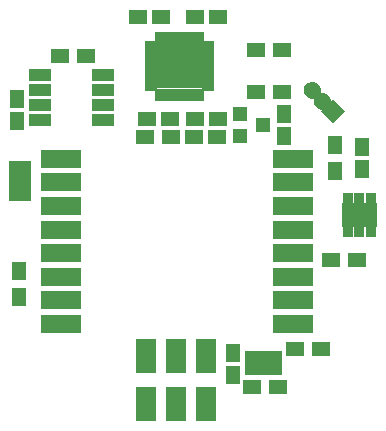
<source format=gts>
G04 #@! TF.GenerationSoftware,KiCad,Pcbnew,no-vcs-found-f2763e9~58~ubuntu16.04.1*
G04 #@! TF.CreationDate,2017-03-23T18:26:22+02:00*
G04 #@! TF.ProjectId,multisensor_cr2032,6D756C746973656E736F725F63723230,rev?*
G04 #@! TF.FileFunction,Soldermask,Top*
G04 #@! TF.FilePolarity,Negative*
%FSLAX46Y46*%
G04 Gerber Fmt 4.6, Leading zero omitted, Abs format (unit mm)*
G04 Created by KiCad (PCBNEW no-vcs-found-f2763e9~58~ubuntu16.04.1) date Thu Mar 23 18:26:22 2017*
%MOMM*%
%LPD*%
G01*
G04 APERTURE LIST*
%ADD10C,0.100000*%
%ADD11R,1.670000X2.900000*%
%ADD12R,1.600000X1.150000*%
%ADD13R,1.150000X1.600000*%
%ADD14R,2.125000X2.125000*%
%ADD15R,1.100000X0.650000*%
%ADD16R,0.650000X1.100000*%
%ADD17R,1.900000X3.400000*%
%ADD18R,1.600000X1.300000*%
%ADD19R,1.300000X1.600000*%
%ADD20R,1.950000X1.000000*%
%ADD21R,1.300000X1.200000*%
%ADD22R,1.700000X1.250000*%
%ADD23R,0.850000X1.030000*%
%ADD24R,3.400000X1.600000*%
%ADD25R,1.400000X1.200000*%
%ADD26R,1.050000X0.750000*%
%ADD27C,1.400000*%
%ADD28C,1.400000*%
G04 APERTURE END LIST*
D10*
D11*
X119380000Y-102838000D03*
X116840000Y-102838000D03*
X114300000Y-102838000D03*
X114300000Y-98838000D03*
X116840000Y-98838000D03*
X119340000Y-98838000D03*
D12*
X113604000Y-70104000D03*
X115504000Y-70104000D03*
X116266000Y-78740000D03*
X114366000Y-78740000D03*
X120330000Y-70104000D03*
X118430000Y-70104000D03*
X120330000Y-78740000D03*
X118430000Y-78740000D03*
D13*
X103378000Y-78928000D03*
X103378000Y-77028000D03*
D12*
X118364000Y-80264000D03*
X120264000Y-80264000D03*
D13*
X132588000Y-81092000D03*
X132588000Y-82992000D03*
X125984000Y-80198000D03*
X125984000Y-78298000D03*
D14*
X117956500Y-73406000D03*
X116231500Y-73406000D03*
X117956500Y-75131000D03*
X116231500Y-75131000D03*
D15*
X119494000Y-72518500D03*
X119494000Y-73018500D03*
X119494000Y-73518500D03*
X119494000Y-74018500D03*
X119494000Y-74518500D03*
X119494000Y-75018500D03*
X119494000Y-75518500D03*
X119494000Y-76018500D03*
D16*
X118844000Y-76668500D03*
X118344000Y-76668500D03*
X117844000Y-76668500D03*
X117344000Y-76668500D03*
X116844000Y-76668500D03*
X116344000Y-76668500D03*
X115844000Y-76668500D03*
X115344000Y-76668500D03*
D15*
X114694000Y-76018500D03*
X114694000Y-75518500D03*
X114694000Y-75018500D03*
X114694000Y-74518500D03*
X114694000Y-74018500D03*
X114694000Y-73518500D03*
X114694000Y-73018500D03*
X114694000Y-72518500D03*
D16*
X115344000Y-71868500D03*
X115844000Y-71868500D03*
X116344000Y-71868500D03*
X116844000Y-71868500D03*
X117344000Y-71868500D03*
X117844000Y-71868500D03*
X118344000Y-71868500D03*
X118844000Y-71868500D03*
D17*
X103632000Y-84020000D03*
D18*
X107020000Y-73406000D03*
X109220000Y-73406000D03*
X123614000Y-76454000D03*
X125814000Y-76454000D03*
X123614000Y-72898000D03*
X125814000Y-72898000D03*
D19*
X130302000Y-80942000D03*
X130302000Y-83142000D03*
D18*
X132164000Y-90678000D03*
X129964000Y-90678000D03*
D19*
X103548000Y-91610000D03*
X103548000Y-93810000D03*
D20*
X110650000Y-75057000D03*
X110650000Y-76327000D03*
X110650000Y-77597000D03*
X110650000Y-78867000D03*
X105250000Y-78867000D03*
X105250000Y-77597000D03*
X105250000Y-76327000D03*
X105250000Y-75057000D03*
D21*
X124206000Y-79248000D03*
X122206000Y-80198000D03*
X122206000Y-78298000D03*
D22*
X131684000Y-87293000D03*
X132984000Y-87293000D03*
X131684000Y-86443000D03*
X132984000Y-86443000D03*
D23*
X131384000Y-85528000D03*
X132334000Y-85528000D03*
X133284000Y-85528000D03*
X133284000Y-88208000D03*
X132334000Y-88208000D03*
X131384000Y-88208000D03*
D24*
X107046000Y-96106000D03*
X107046000Y-94106000D03*
X107046000Y-92106000D03*
X107046000Y-90106000D03*
X107046000Y-88106000D03*
X107046000Y-86106000D03*
X107046000Y-84106000D03*
X107046000Y-82106000D03*
X126746000Y-82106000D03*
X126746000Y-84106000D03*
X126746000Y-86106000D03*
X126746000Y-88106000D03*
X126746000Y-90106000D03*
X126746000Y-92106000D03*
X126746000Y-94106000D03*
X126746000Y-96106000D03*
D18*
X116416000Y-80264000D03*
X114216000Y-80264000D03*
D13*
X121600000Y-100450000D03*
X121600000Y-98550000D03*
D18*
X125400000Y-101400000D03*
X123200000Y-101400000D03*
X129100000Y-98200000D03*
X126900000Y-98200000D03*
D25*
X124200000Y-99000000D03*
X124200000Y-99800000D03*
D26*
X125250000Y-98750000D03*
X125250000Y-99400000D03*
X125250000Y-100050000D03*
X123150000Y-100050000D03*
X123150000Y-99400000D03*
X123150000Y-98750000D03*
D27*
X128303949Y-76303949D03*
D28*
X128303949Y-76303949D02*
X128303949Y-76303949D01*
D27*
X129201974Y-77201974D03*
D28*
X129201974Y-77201974D02*
X129201974Y-77201974D01*
D27*
X130100000Y-78100000D03*
D10*
G36*
X130100000Y-77110051D02*
X131089949Y-78100000D01*
X130100000Y-79089949D01*
X129110051Y-78100000D01*
X130100000Y-77110051D01*
X130100000Y-77110051D01*
G37*
M02*

</source>
